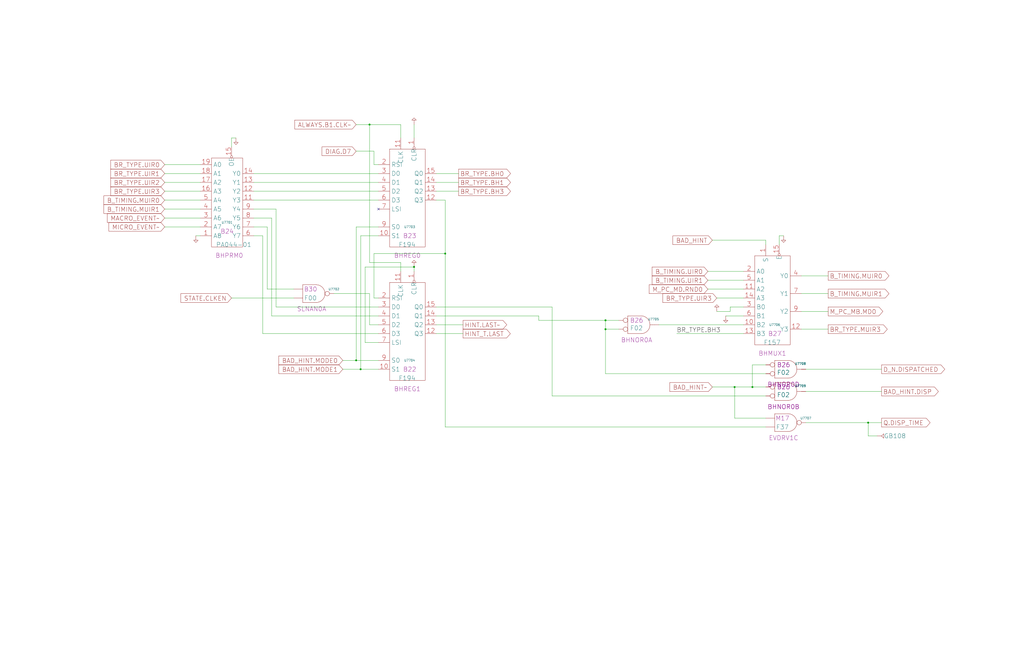
<source format=kicad_sch>
(kicad_sch (version 20250114) (generator "eeschema") (generator_version "9.0")
  (paper "User" 584.2 378.46)
  (title_block (title "BAD HINT UIR CONTROL") (date "22-MAY-90") (rev "1.0") (comment 1 "SEQUENCER") (comment 2 "232-003064") (comment 3 "S400") (comment 4 "RELEASED"))
  (lib_symbols
    (symbol "r1000:F00" (pin_numbers (hide yes)) (pin_names (hide yes))
      (property "Reference" "U" (at 15.24 0 0))
      (property "Value" "F00" (at 1.905 -5.08 0))
      (property "Location" "___" (at 1.905 0 0))
      (property "Name" "______" (at 2.54 -12.7 0))
      (symbol "F00_0_1"
        (polyline (pts (xy -2.54 2.54) (xy -2.54 -7.62)) (stroke (width 0.1524)))
        (polyline (pts (xy -2.54 2.54) (xy 5.08 2.54)) (stroke (width 0.1524)))
        (polyline (pts (xy -2.54 -7.62) (xy 5.08 -7.62)) (stroke (width 0.1524)))
        (arc (start 5.08 2.54) (mid 10.1281 -2.54) (end 5.08 -7.62) (stroke (width 0.1524)))
        (circle (center 11.43 -2.54) (radius 1.27) (stroke (width 0.1524)))
      )
      (symbol "F00_0_2"
        (arc (start -3.175 2.54) (mid -2.134 -2.54) (end -3.175 -7.62) (stroke (width 0.1524)))
        (circle (center -3.81 0) (radius 1.27) (stroke (width 0.1524)))
        (circle (center -3.81 -5.08) (radius 1.27) (stroke (width 0.1524)))
        (polyline (pts (xy -3.175 2.54) (xy 3.81 2.54)) (stroke (width 0.1524)))
        (polyline (pts (xy -3.175 -7.62) (xy 3.81 -7.62)) (stroke (width 0.1524)))
        (arc (start 3.81 2.54) (mid 7.5828 0.7472) (end 10.16 -2.54) (stroke (width 0.1524)))
        (arc (start 10.16 -2.54) (mid 7.5855 -5.8306) (end 3.81 -7.62) (stroke (width 0.1524)))
      )
      (symbol "F00_1_1"
        (pin input line (at -7.62 0 0) (length 5.08) (name "D0") (number "1"))
        (pin input line (at -7.62 -5.08 0) (length 5.08) (name "D1") (number "2"))
        (pin output line (at 15.24 -2.54 180) (length 2.54) (name "Q") (number "3"))
      )
      (symbol "F00_1_2"
        (pin input line (at -7.62 0 0) (length 2.54) (name "D0") (number "1"))
        (pin input line (at -7.62 -5.08 0) (length 2.54) (name "D1") (number "2"))
        (pin output line (at 15.24 -2.54 180) (length 5.08) (name "Q") (number "3"))
      )
    )
    (symbol "r1000:F02" (pin_numbers (hide yes)) (pin_names (hide yes))
      (property "Reference" "U" (at 12.16 0.635 0))
      (property "Value" "F02" (at -1.27 -4.445 0))
      (property "Location" "___" (at 2.54 0 0))
      (property "Name" "______" (at 2.54 -12.7 0))
      (symbol "F02_0_1"
        (arc (start -3.81 2.54) (mid -2.9847 -2.54) (end -3.81 -7.62) (stroke (width 0.1524)))
        (polyline (pts (xy -5.08 0) (xy -3.175 0)) (stroke (width 0.1524)))
        (polyline (pts (xy -5.08 -5.08) (xy -3.175 -5.08)) (stroke (width 0.1524)))
        (polyline (pts (xy -3.81 2.54) (xy 2.54 2.54)) (stroke (width 0.1524)))
        (polyline (pts (xy -3.81 -7.62) (xy 2.54 -7.62)) (stroke (width 0.1524)))
        (arc (start 2.54 2.54) (mid 6.9477 0.8966) (end 10.16 -2.54) (stroke (width 0.1524)))
        (arc (start 10.16 -2.54) (mid 6.9515 -5.9823) (end 2.54 -7.62) (stroke (width 0.1524)))
        (circle (center 11.43 -2.54) (radius 1.27) (stroke (width 0.1524)))
        (polyline (pts (xy 13.97 -2.54) (xy 12.7 -2.54)) (stroke (width 0.1524)))
      )
      (symbol "F02_0_2"
        (circle (center -3.81 0) (radius 1.27) (stroke (width 0.1524)))
        (circle (center -3.81 -5.08) (radius 1.27) (stroke (width 0.1524)))
        (polyline (pts (xy -2.54 2.54) (xy -2.54 -7.62)) (stroke (width 0.1524)))
        (polyline (pts (xy -2.54 2.54) (xy 5.08 2.54)) (stroke (width 0.1524)))
        (polyline (pts (xy -2.54 -7.62) (xy 5.08 -7.62)) (stroke (width 0.1524)))
        (arc (start 5.08 2.54) (mid 10.1281 -2.54) (end 5.08 -7.62) (stroke (width 0.1524)))
        (polyline (pts (xy 11.43 -2.54) (xy 10.16 -2.54)) (stroke (width 0.1524)))
        (polyline (pts (xy 11.43 -2.54) (xy 12.7 -2.54)) (stroke (width 0.1524)))
      )
      (symbol "F02_1_1"
        (pin input line (at -7.62 0 0) (length 2.54) (name "D0") (number "1"))
        (pin input line (at -7.62 -5.08 0) (length 2.54) (name "D1") (number "2"))
        (pin output line (at 15.24 -2.54 180) (length 1.27) (name "Q") (number "3"))
      )
      (symbol "F02_1_2"
        (pin input line (at -7.62 0 0) (length 2.54) (name "D0") (number "1"))
        (pin input line (at -7.62 -5.08 0) (length 2.54) (name "D1") (number "2"))
        (pin output line (at 15.24 -2.54 180) (length 2.54) (name "Q") (number "3"))
      )
    )
    (symbol "r1000:F157" (pin_names (offset 1.016))
      (property "Reference" "U" (at 2.54 5.08 0))
      (property "Value" "F157" (at -3.81 -5.08 0))
      (property "Location" "___" (at -1.27 0 0))
      (property "Name" "______" (at 1.27 -12.7 0))
      (symbol "F157_1_1"
        (rectangle (start -8.89 44.45) (end 11.43 -6.35))
        (circle (center 5.08 45.085) (radius 0.635))
        (pin input line (at -15.24 35.56 0) (length 6.35) (name "A0") (number "2"))
        (pin input line (at -15.24 30.48 0) (length 6.35) (name "A1") (number "5"))
        (pin input line (at -15.24 25.4 0) (length 6.35) (name "A2") (number "11"))
        (pin input line (at -15.24 20.32 0) (length 6.35) (name "A3") (number "14"))
        (pin input line (at -15.24 15.24 0) (length 6.35) (name "B0") (number "3"))
        (pin input line (at -15.24 10.16 0) (length 6.35) (name "B1") (number "6"))
        (pin input line (at -15.24 5.08 0) (length 6.35) (name "B2") (number "10"))
        (pin input line (at -15.24 0 0) (length 6.35) (name "B3") (number "13"))
        (pin input line (at -2.54 50.8 270) (length 6.35) (name "S") (number "1"))
        (pin input line (at 5.08 50.8 270) (length 5.08) (name "E") (number "15"))
        (pin output line (at 17.78 33.02 180) (length 6.35) (name "Y0") (number "4"))
        (pin output line (at 17.78 22.86 180) (length 6.35) (name "Y1") (number "7"))
        (pin output line (at 17.78 12.7 180) (length 6.35) (name "Y2") (number "9"))
        (pin output line (at 17.78 2.54 180) (length 6.35) (name "Y3") (number "12"))
      )
    )
    (symbol "r1000:F194" (pin_names (offset 1.016))
      (property "Reference" "U" (at 2.54 5.08 0))
      (property "Value" "F194" (at -3.81 -5.08 0))
      (property "Location" "___" (at -1.27 0 0))
      (property "Name" "______" (at 1.27 -12.7 0))
      (symbol "F194_1_1"
        (rectangle (start -8.89 49.53) (end 11.43 -6.35))
        (circle (center 5.08 50.165) (radius 0.635))
        (pin input line (at -15.24 40.64 0) (length 6.35) (name "RSI") (number "2"))
        (pin input line (at -15.24 35.56 0) (length 6.35) (name "D0") (number "3"))
        (pin input line (at -15.24 30.48 0) (length 6.35) (name "D1") (number "4"))
        (pin input line (at -15.24 25.4 0) (length 6.35) (name "D2") (number "5"))
        (pin input line (at -15.24 20.32 0) (length 6.35) (name "D3") (number "6"))
        (pin input line (at -15.24 15.24 0) (length 6.35) (name "LSI") (number "7"))
        (pin input line (at -15.24 5.08 0) (length 6.35) (name "S0") (number "9"))
        (pin input line (at -15.24 0 0) (length 6.35) (name "S1") (number "10"))
        (pin input line (at -2.54 55.88 270) (length 6.35) (name "CLK") (number "11"))
        (pin input line (at 5.08 55.88 270) (length 5.08) (name "CLR") (number "1"))
        (pin output line (at 17.78 35.56 180) (length 6.35) (name "Q0") (number "15"))
        (pin output line (at 17.78 30.48 180) (length 6.35) (name "Q1") (number "14"))
        (pin output line (at 17.78 25.4 180) (length 6.35) (name "Q2") (number "13"))
        (pin output line (at 17.78 20.32 180) (length 6.35) (name "Q3") (number "12"))
      )
    )
    (symbol "r1000:F37" (pin_numbers (hide yes)) (pin_names (offset 0) (hide yes))
      (property "Reference" "U" (at 15.24 0 0))
      (property "Value" "F37" (at 1.905 -5.08 0))
      (property "Location" "___" (at 1.905 0 0))
      (property "Name" "______" (at 2.54 -12.7 0))
      (symbol "F37_0_1"
        (polyline (pts (xy -2.54 2.54) (xy -2.54 -7.62)) (stroke (width 0.1524)))
        (polyline (pts (xy -2.54 2.54) (xy 5.08 2.54)) (stroke (width 0.1524)))
        (polyline (pts (xy -2.54 -7.62) (xy 5.08 -7.62)) (stroke (width 0.1524)))
        (arc (start 5.08 2.54) (mid 10.1281 -2.54) (end 5.08 -7.62) (stroke (width 0.1524)))
        (circle (center 11.43 -2.54) (radius 1.27) (stroke (width 0.1524)))
      )
      (symbol "F37_0_2"
        (arc (start -3.175 2.54) (mid -2.134 -2.54) (end -3.175 -7.62) (stroke (width 0.1524)))
        (circle (center -3.81 0) (radius 1.27) (stroke (width 0.1524)))
        (circle (center -3.81 -5.08) (radius 1.27) (stroke (width 0.1524)))
        (polyline (pts (xy -3.175 2.54) (xy 3.81 2.54)) (stroke (width 0.1524)))
        (polyline (pts (xy -3.175 -7.62) (xy 3.81 -7.62)) (stroke (width 0.1524)))
        (arc (start 3.81 2.54) (mid 7.5828 0.7472) (end 10.16 -2.54) (stroke (width 0.1524)))
        (arc (start 10.16 -2.54) (mid 7.5855 -5.8306) (end 3.81 -7.62) (stroke (width 0.1524)))
      )
      (symbol "F37_1_1"
        (pin input line (at -7.62 0 0) (length 5.08) (name "D0") (number "1"))
        (pin input line (at -7.62 -5.08 0) (length 5.08) (name "D1") (number "2"))
        (pin output line (at 15.24 -2.54 180) (length 2.54) (name "Q") (number "3"))
      )
      (symbol "F37_1_2"
        (pin input line (at -7.62 0 0) (length 2.54) (name "D0") (number "1"))
        (pin input line (at -7.62 -5.08 0) (length 2.54) (name "D1") (number "2"))
        (pin output line (at 15.24 -2.54 180) (length 5.08) (name "Q") (number "3"))
      )
    )
    (symbol "r1000:GB" (pin_numbers (hide yes)) (pin_names (offset 0) (hide yes))
      (property "Reference" "GB" (at 3.81 0 0))
      (symbol "GB_0_1"
        (polyline (pts (xy 2.54 0) (xy 3.81 1.27) (xy 3.81 -1.27) (xy 2.54 0)) (stroke (width 0.1524)))
      )
      (symbol "GB_1_1"
        (pin bidirectional line (at 0 0 0) (length 2.54) (name "") (number "1"))
      )
    )
    (symbol "r1000:PAxxx" (pin_names (offset 1.016))
      (property "Reference" "U" (at 2.54 5.08 0))
      (property "Value" "PAxxx" (at -3.81 -7.62 0))
      (property "Location" "___" (at -1.27 0 0))
      (property "Name" "______" (at 3.81 -15.24 0))
      (symbol "PAxxx_1_1"
        (rectangle (start -6.35 41.91) (end 11.43 -8.89))
        (circle (center 5.08 42.545) (radius 0.635))
        (pin input line (at -12.7 38.1 0) (length 6.35) (name "A0") (number "19"))
        (pin input line (at -12.7 33.02 0) (length 6.35) (name "A1") (number "18"))
        (pin input line (at -12.7 27.94 0) (length 6.35) (name "A2") (number "17"))
        (pin input line (at -12.7 22.86 0) (length 6.35) (name "A3") (number "16"))
        (pin input line (at -12.7 17.78 0) (length 6.35) (name "A4") (number "5"))
        (pin input line (at -12.7 12.7 0) (length 6.35) (name "A5") (number "4"))
        (pin input line (at -12.7 7.62 0) (length 6.35) (name "A6") (number "3"))
        (pin input line (at -12.7 2.54 0) (length 6.35) (name "A7") (number "2"))
        (pin input line (at -12.7 -2.54 0) (length 6.35) (name "A8") (number "1"))
        (pin input line (at 5.08 48.26 270) (length 5.08) (name "OE") (number "15"))
        (pin tri_state line (at 17.78 33.02 180) (length 6.35) (name "Y0") (number "14"))
        (pin tri_state line (at 17.78 27.94 180) (length 6.35) (name "Y1") (number "13"))
        (pin tri_state line (at 17.78 22.86 180) (length 6.35) (name "Y2") (number "12"))
        (pin tri_state line (at 17.78 17.78 180) (length 6.35) (name "Y3") (number "11"))
        (pin tri_state line (at 17.78 12.7 180) (length 6.35) (name "Y4") (number "9"))
        (pin tri_state line (at 17.78 7.62 180) (length 6.35) (name "Y5") (number "8"))
        (pin tri_state line (at 17.78 2.54 180) (length 6.35) (name "Y6") (number "7"))
        (pin tri_state line (at 17.78 -2.54 180) (length 6.35) (name "Y7") (number "6"))
      )
    )
    (symbol "r1000:PD" (power) (pin_numbers (hide yes)) (pin_names (hide yes)) (in_bom no)
      (symbol "PD_0_1"
        (polyline (pts (xy 0 -2.54) (xy 1.27 -2.54) (xy 0 -3.81) (xy -1.27 -2.54) (xy 0 -2.54)) (stroke (width 0.1524)))
      )
      (symbol "PD_1_1"
        (pin power_in line (at 0 0 270) (length 2.54) (name "PD") (number "1"))
      )
    )
    (symbol "r1000:PU" (power) (pin_numbers (hide yes)) (pin_names (hide yes))
      (symbol "PU_0_1"
        (polyline (pts (xy 0 2.54) (xy -1.27 2.54) (xy 0 3.81) (xy 1.27 2.54) (xy 0 2.54)) (stroke (width 0.1524)))
      )
      (symbol "PU_1_1"
        (pin power_in line (at 0 0 90) (length 2.54) (name "PU") (number "1"))
      )
    )
  )
  (junction (at 205.74 210.82))
  (junction (at 210.82 71.12))
  (junction (at 429.26 220.98))
  (junction (at 419.1 220.98))
  (junction (at 236.22 152.4))
  (junction (at 254 144.78))
  (junction (at 495.3 241.3))
  (junction (at 345.44 187.96))
  (junction (at 345.44 182.88))
  (junction (at 203.2 205.74))
  (no_connect (at 215.9 119.38))
  (wire (pts (xy 403.86 160.02) (xy 424.18 160.02)))
  (wire (pts (xy 314.96 175.26) (xy 314.96 226.06)))
  (wire (pts (xy 459.74 223.52) (xy 502.92 223.52)))
  (wire (pts (xy 495.3 248.92) (xy 495.3 241.3)))
  (wire (pts (xy 210.82 71.12) (xy 228.6 71.12)))
  (wire (pts (xy 345.44 187.96) (xy 353.06 187.96)))
  (wire (pts (xy 111.76 134.62) (xy 114.3 134.62)))
  (wire (pts (xy 307.34 182.88) (xy 345.44 182.88)))
  (wire (pts (xy 213.36 86.36) (xy 213.36 93.98)))
  (wire (pts (xy 93.98 93.98) (xy 114.3 93.98)))
  (wire (pts (xy 495.3 241.3) (xy 502.92 241.3)))
  (wire (pts (xy 93.98 104.14) (xy 114.3 104.14)))
  (wire (pts (xy 248.92 109.22) (xy 261.62 109.22)))
  (wire (pts (xy 228.6 71.12) (xy 228.6 78.74)))
  (wire (pts (xy 210.82 149.86) (xy 228.6 149.86)))
  (wire (pts (xy 447.04 134.62) (xy 444.5 134.62)))
  (wire (pts (xy 154.94 180.34) (xy 215.9 180.34)))
  (wire (pts (xy 203.2 129.54) (xy 215.9 129.54)))
  (wire (pts (xy 254 144.78) (xy 213.36 144.78)))
  (wire (pts (xy 419.1 238.76) (xy 436.88 238.76)))
  (wire (pts (xy 416.56 175.26) (xy 424.18 175.26)))
  (wire (pts (xy 444.5 134.62) (xy 444.5 139.7)))
  (wire (pts (xy 436.88 137.16) (xy 436.88 139.7)))
  (wire (pts (xy 403.86 154.94) (xy 424.18 154.94)))
  (wire (pts (xy 93.98 114.3) (xy 114.3 114.3)))
  (wire (pts (xy 205.74 134.62) (xy 215.9 134.62)))
  (wire (pts (xy 132.08 170.18) (xy 167.64 170.18)))
  (wire (pts (xy 345.44 187.96) (xy 345.44 213.36)))
  (wire (pts (xy 195.58 205.74) (xy 203.2 205.74)))
  (wire (pts (xy 144.78 104.14) (xy 215.9 104.14)))
  (wire (pts (xy 149.86 134.62) (xy 149.86 190.5)))
  (wire (pts (xy 406.4 137.16) (xy 436.88 137.16)))
  (wire (pts (xy 203.2 205.74) (xy 203.2 129.54)))
  (wire (pts (xy 457.2 157.48) (xy 472.44 157.48)))
  (wire (pts (xy 190.5 167.64) (xy 210.82 167.64)))
  (wire (pts (xy 154.94 124.46) (xy 154.94 180.34)))
  (wire (pts (xy 345.44 182.88) (xy 353.06 182.88)))
  (wire (pts (xy 419.1 220.98) (xy 419.1 238.76)))
  (wire (pts (xy 203.2 86.36) (xy 213.36 86.36)))
  (wire (pts (xy 375.92 185.42) (xy 424.18 185.42)))
  (wire (pts (xy 210.82 167.64) (xy 210.82 185.42)))
  (wire (pts (xy 213.36 170.18) (xy 215.9 170.18)))
  (wire (pts (xy 144.78 124.46) (xy 154.94 124.46)))
  (wire (pts (xy 429.26 220.98) (xy 436.88 220.98)))
  (wire (pts (xy 457.2 177.8) (xy 472.44 177.8)))
  (wire (pts (xy 208.28 195.58) (xy 208.28 152.4)))
  (wire (pts (xy 248.92 180.34) (xy 307.34 180.34)))
  (wire (pts (xy 500.38 248.92) (xy 495.3 248.92)))
  (wire (pts (xy 386.08 190.5) (xy 424.18 190.5)))
  (wire (pts (xy 459.74 241.3) (xy 495.3 241.3)))
  (wire (pts (xy 144.78 119.38) (xy 157.48 119.38)))
  (wire (pts (xy 144.78 114.3) (xy 215.9 114.3)))
  (wire (pts (xy 236.22 71.12) (xy 236.22 78.74)))
  (wire (pts (xy 215.9 195.58) (xy 208.28 195.58)))
  (wire (pts (xy 408.94 177.8) (xy 416.56 177.8)))
  (wire (pts (xy 144.78 134.62) (xy 149.86 134.62)))
  (wire (pts (xy 93.98 129.54) (xy 114.3 129.54)))
  (wire (pts (xy 406.4 220.98) (xy 419.1 220.98)))
  (wire (pts (xy 195.58 210.82) (xy 205.74 210.82)))
  (wire (pts (xy 248.92 190.5) (xy 264.16 190.5)))
  (wire (pts (xy 307.34 180.34) (xy 307.34 182.88)))
  (wire (pts (xy 436.88 208.28) (xy 429.26 208.28)))
  (wire (pts (xy 248.92 114.3) (xy 254 114.3)))
  (wire (pts (xy 345.44 213.36) (xy 436.88 213.36)))
  (wire (pts (xy 457.2 167.64) (xy 472.44 167.64)))
  (wire (pts (xy 228.6 149.86) (xy 228.6 154.94)))
  (wire (pts (xy 248.92 175.26) (xy 314.96 175.26)))
  (wire (pts (xy 93.98 99.06) (xy 114.3 99.06)))
  (wire (pts (xy 157.48 119.38) (xy 157.48 175.26)))
  (wire (pts (xy 254 243.84) (xy 436.88 243.84)))
  (wire (pts (xy 93.98 109.22) (xy 114.3 109.22)))
  (wire (pts (xy 408.94 170.18) (xy 424.18 170.18)))
  (wire (pts (xy 414.02 180.34) (xy 424.18 180.34)))
  (wire (pts (xy 210.82 71.12) (xy 210.82 149.86)))
  (wire (pts (xy 93.98 124.46) (xy 114.3 124.46)))
  (wire (pts (xy 208.28 152.4) (xy 236.22 152.4)))
  (wire (pts (xy 248.92 185.42) (xy 264.16 185.42)))
  (wire (pts (xy 419.1 220.98) (xy 429.26 220.98)))
  (wire (pts (xy 457.2 187.96) (xy 472.44 187.96)))
  (wire (pts (xy 203.2 205.74) (xy 215.9 205.74)))
  (wire (pts (xy 144.78 99.06) (xy 215.9 99.06)))
  (wire (pts (xy 152.4 129.54) (xy 152.4 165.1)))
  (wire (pts (xy 248.92 99.06) (xy 261.62 99.06)))
  (wire (pts (xy 205.74 210.82) (xy 215.9 210.82)))
  (wire (pts (xy 132.08 78.74) (xy 132.08 83.82)))
  (wire (pts (xy 213.36 144.78) (xy 213.36 170.18)))
  (wire (pts (xy 210.82 185.42) (xy 215.9 185.42)))
  (wire (pts (xy 149.86 190.5) (xy 215.9 190.5)))
  (wire (pts (xy 144.78 129.54) (xy 152.4 129.54)))
  (wire (pts (xy 134.62 78.74) (xy 132.08 78.74)))
  (wire (pts (xy 236.22 152.4) (xy 236.22 154.94)))
  (wire (pts (xy 157.48 175.26) (xy 215.9 175.26)))
  (wire (pts (xy 93.98 119.38) (xy 114.3 119.38)))
  (wire (pts (xy 205.74 210.82) (xy 205.74 134.62)))
  (wire (pts (xy 345.44 182.88) (xy 345.44 187.96)))
  (wire (pts (xy 248.92 104.14) (xy 261.62 104.14)))
  (wire (pts (xy 429.26 208.28) (xy 429.26 220.98)))
  (wire (pts (xy 213.36 93.98) (xy 215.9 93.98)))
  (wire (pts (xy 203.2 71.12) (xy 210.82 71.12)))
  (wire (pts (xy 254 114.3) (xy 254 144.78)))
  (wire (pts (xy 416.56 177.8) (xy 416.56 175.26)))
  (wire (pts (xy 144.78 109.22) (xy 215.9 109.22)))
  (wire (pts (xy 314.96 226.06) (xy 436.88 226.06)))
  (wire (pts (xy 152.4 165.1) (xy 167.64 165.1)))
  (wire (pts (xy 254 144.78) (xy 254 243.84)))
  (wire (pts (xy 459.74 210.82) (xy 502.92 210.82)))
  (wire (pts (xy 403.86 165.1) (xy 424.18 165.1)))
  (label "BR_TYPE.BH3" (at 386.08 190.5 0) (effects (font (size 2.54 2.54))))
  (global_label "MACRO_EVENT~" (shape input) (at 93.98 124.46 180) (effects (font (size 2.54 2.54))) (property "Intersheetrefs" "${INTERSHEET_REFS}" (at 61.214 124.3013 0) (effects (font (size 1.905 1.905)) (justify right))))
  (global_label "BAD_HINT~" (shape input) (at 406.4 220.98 180) (effects (font (size 2.54 2.54))) (property "Intersheetrefs" "${INTERSHEET_REFS}" (at 382.1007 220.8213 0) (effects (font (size 1.905 1.905)) (justify right))))
  (global_label "BAD_HINT.MODE0" (shape input) (at 195.58 205.74 180) (effects (font (size 2.54 2.54))) (property "Intersheetrefs" "${INTERSHEET_REFS}" (at 159.0645 205.5813 0) (effects (font (size 1.905 1.905)) (justify right))))
  (global_label "B_TIMING.MUIR0" (shape input) (at 93.98 114.3 180) (effects (font (size 2.54 2.54))) (property "Intersheetrefs" "${INTERSHEET_REFS}" (at 59.2788 114.1413 0) (effects (font (size 1.905 1.905)) (justify right))))
  (global_label "B_TIMING.UIR0" (shape input) (at 403.86 154.94 180) (effects (font (size 2.54 2.54))) (property "Intersheetrefs" "${INTERSHEET_REFS}" (at 372.0616 154.7813 0) (effects (font (size 1.905 1.905)) (justify right))))
  (global_label "B_TIMING.UIR1" (shape input) (at 403.86 160.02 180) (effects (font (size 2.54 2.54))) (property "Intersheetrefs" "${INTERSHEET_REFS}" (at 372.0616 159.8613 0) (effects (font (size 1.905 1.905)) (justify right))))
  (global_label "HINT.LAST~" (shape output) (at 264.16 185.42 0) (effects (font (size 2.54 2.54))) (property "Intersheetrefs" "${INTERSHEET_REFS}" (at 289.0641 185.2613 0) (effects (font (size 1.905 1.905)) (justify left))))
  (global_label "BR_TYPE.UIR0" (shape input) (at 93.98 93.98 180) (effects (font (size 2.54 2.54))) (property "Intersheetrefs" "${INTERSHEET_REFS}" (at 63.1492 93.8213 0) (effects (font (size 1.905 1.905)) (justify right))))
  (global_label "D_N.DISPATCHED" (shape output) (at 502.92 210.82 0) (effects (font (size 2.54 2.54))) (property "Intersheetrefs" "${INTERSHEET_REFS}" (at 538.9517 210.6613 0) (effects (font (size 1.905 1.905)) (justify left))))
  (global_label "B_TIMING.MUIR1" (shape output) (at 472.44 167.64 0) (effects (font (size 2.54 2.54))) (property "Intersheetrefs" "${INTERSHEET_REFS}" (at 507.1412 167.4813 0) (effects (font (size 1.905 1.905)) (justify left))))
  (global_label "ALWAYS.B1.CLK~" (shape input) (at 203.2 71.12 180) (effects (font (size 2.54 2.54))) (property "Intersheetrefs" "${INTERSHEET_REFS}" (at 168.1359 70.9613 0) (effects (font (size 1.905 1.905)) (justify right))))
  (global_label "B_TIMING.MUIR0" (shape output) (at 472.44 157.48 0) (effects (font (size 2.54 2.54))) (property "Intersheetrefs" "${INTERSHEET_REFS}" (at 507.1412 157.3213 0) (effects (font (size 1.905 1.905)) (justify left))))
  (global_label "BAD_HINT.DISP" (shape output) (at 502.92 223.52 0) (effects (font (size 2.54 2.54))) (property "Intersheetrefs" "${INTERSHEET_REFS}" (at 535.3231 223.3613 0) (effects (font (size 1.905 1.905)) (justify left))))
  (global_label "B_TIMING.MUIR1" (shape input) (at 93.98 119.38 180) (effects (font (size 2.54 2.54))) (property "Intersheetrefs" "${INTERSHEET_REFS}" (at 59.2788 119.2213 0) (effects (font (size 1.905 1.905)) (justify right))))
  (global_label "MICRO_EVENT~" (shape input) (at 93.98 129.54 180) (effects (font (size 2.54 2.54))) (property "Intersheetrefs" "${INTERSHEET_REFS}" (at 62.1816 129.3813 0) (effects (font (size 1.905 1.905)) (justify right))))
  (global_label "BR_TYPE.BH3" (shape output) (at 261.62 109.22 0) (effects (font (size 2.54 2.54))) (property "Intersheetrefs" "${INTERSHEET_REFS}" (at 291.2412 109.0613 0) (effects (font (size 1.905 1.905)) (justify left))))
  (global_label "BR_TYPE.UIR2" (shape input) (at 93.98 104.14 180) (effects (font (size 2.54 2.54))) (property "Intersheetrefs" "${INTERSHEET_REFS}" (at 63.1492 103.9813 0) (effects (font (size 1.905 1.905)) (justify right))))
  (global_label "STATE.CLKEN" (shape input) (at 132.08 170.18 180) (effects (font (size 2.54 2.54))) (property "Intersheetrefs" "${INTERSHEET_REFS}" (at 103.1845 170.0213 0) (effects (font (size 1.905 1.905)) (justify right))))
  (global_label "BAD_HINT" (shape input) (at 406.4 137.16 180) (effects (font (size 2.54 2.54))) (property "Intersheetrefs" "${INTERSHEET_REFS}" (at 383.915 137.0013 0) (effects (font (size 1.905 1.905)) (justify right))))
  (global_label "BR_TYPE.UIR3" (shape input) (at 408.94 170.18 180) (effects (font (size 2.54 2.54))) (property "Intersheetrefs" "${INTERSHEET_REFS}" (at 378.1092 170.0213 0) (effects (font (size 1.905 1.905)) (justify right))))
  (global_label "BR_TYPE.BH0" (shape output) (at 261.62 99.06 0) (effects (font (size 2.54 2.54))) (property "Intersheetrefs" "${INTERSHEET_REFS}" (at 291.2412 98.9013 0) (effects (font (size 1.905 1.905)) (justify left))))
  (global_label "HINT_T.LAST" (shape output) (at 264.16 190.5 0) (effects (font (size 2.54 2.54))) (property "Intersheetrefs" "${INTERSHEET_REFS}" (at 291.1203 190.3413 0) (effects (font (size 1.905 1.905)) (justify left))))
  (global_label "DIAG.D7" (shape input) (at 203.2 86.36 180) (effects (font (size 2.54 2.54))) (property "Intersheetrefs" "${INTERSHEET_REFS}" (at 183.7388 86.2013 0) (effects (font (size 1.905 1.905)) (justify right))))
  (global_label "BR_TYPE.UIR3" (shape input) (at 93.98 109.22 180) (effects (font (size 2.54 2.54))) (property "Intersheetrefs" "${INTERSHEET_REFS}" (at 63.1492 109.0613 0) (effects (font (size 1.905 1.905)) (justify right))))
  (global_label "M_PC_MD.RND0" (shape input) (at 403.86 165.1 180) (effects (font (size 2.54 2.54))) (property "Intersheetrefs" "${INTERSHEET_REFS}" (at 370.3683 164.9413 0) (effects (font (size 1.905 1.905)) (justify right))))
  (global_label "BR_TYPE.UIR1" (shape input) (at 93.98 99.06 180) (effects (font (size 2.54 2.54))) (property "Intersheetrefs" "${INTERSHEET_REFS}" (at 63.1492 98.9013 0) (effects (font (size 1.905 1.905)) (justify right))))
  (global_label "M_PC_MB.MD0" (shape output) (at 472.44 177.8 0) (effects (font (size 2.54 2.54))) (property "Intersheetrefs" "${INTERSHEET_REFS}" (at 503.6336 177.6413 0) (effects (font (size 1.905 1.905)) (justify left))))
  (global_label "BR_TYPE.BH1" (shape output) (at 261.62 104.14 0) (effects (font (size 2.54 2.54))) (property "Intersheetrefs" "${INTERSHEET_REFS}" (at 291.2412 103.9813 0) (effects (font (size 1.905 1.905)) (justify left))))
  (global_label "Q.DISP_TIME" (shape output) (at 502.92 241.3 0) (effects (font (size 2.54 2.54))) (property "Intersheetrefs" "${INTERSHEET_REFS}" (at 530.606 241.1413 0) (effects (font (size 1.905 1.905)) (justify left))))
  (global_label "BR_TYPE.MUIR3" (shape output) (at 472.44 187.96 0) (effects (font (size 2.54 2.54))) (property "Intersheetrefs" "${INTERSHEET_REFS}" (at 506.1736 187.8013 0) (effects (font (size 1.905 1.905)) (justify left))))
  (global_label "BAD_HINT.MODE1" (shape input) (at 195.58 210.82 180) (effects (font (size 2.54 2.54))) (property "Intersheetrefs" "${INTERSHEET_REFS}" (at 159.0645 210.6613 0) (effects (font (size 1.905 1.905)) (justify right))))
  (symbol (lib_id "r1000:F157") (at 439.42 190.5 0) (unit 1)
    (property "Reference" "U7706" (at 441.96 185.42 0))
    (property "Value" "F157" (at 435.61 195.58 0) (effects (font (size 2.54 2.54)) (justify left)))
    (property "Location" "B27" (at 438.15 190.5 0) (effects (font (size 2.54 2.54)) (justify left)))
    (property "Name" "BHMUX1" (at 440.69 203.2 0) (effects (font (size 2.54 2.54)) (justify bottom)))
  )
  (symbol (lib_id "r1000:F37") (at 444.5 238.76 0) (unit 1)
    (property "Reference" "U7707" (at 459.74 238.76 0))
    (property "Value" "F37" (at 446.405 243.84 0) (effects (font (size 2.54 2.54))))
    (property "Location" "M17" (at 446.405 238.76 0) (effects (font (size 2.54 2.54))))
    (property "Name" "EVDRV1C" (at 447.04 251.46 0) (effects (font (size 2.54 2.54)) (justify bottom)))
  )
  (symbol (lib_id "r1000:F00") (at 175.26 165.1 0) (unit 1)
    (property "Reference" "U7702" (at 190.5 165.1 0))
    (property "Value" "F00" (at 177.165 170.18 0) (effects (font (size 2.54 2.54))))
    (property "Location" "B30" (at 177.165 165.1 0) (effects (font (size 2.54 2.54))))
    (property "Name" "SLNAN0A" (at 177.8 177.8 0) (effects (font (size 2.54 2.54)) (justify bottom)))
  )
  (symbol (lib_id "r1000:F02") (at 444.5 220.98 0) (unit 1) (convert 2)
    (property "Reference" "U7709" (at 456.66 220.345 0))
    (property "Value" "F02" (at 443.23 225.425 0) (effects (font (size 2.54 2.54)) (justify left)))
    (property "Location" "B26" (at 447.04 220.98 0) (effects (font (size 2.54 2.54))))
    (property "Name" "BHNOR0B" (at 447.04 233.68 0) (effects (font (size 2.54 2.54)) (justify bottom)))
  )
  (symbol (lib_id "r1000:F194") (at 231.14 134.62 0) (unit 1)
    (property "Reference" "U7703" (at 233.68 129.54 0))
    (property "Value" "F194" (at 227.33 139.7 0) (effects (font (size 2.54 2.54)) (justify left)))
    (property "Location" "B23" (at 229.87 134.62 0) (effects (font (size 2.54 2.54)) (justify left)))
    (property "Name" "BHREG0" (at 232.41 147.32 0) (effects (font (size 2.54 2.54)) (justify bottom)))
  )
  (symbol (lib_id "r1000:PAxxx") (at 127 132.08 0) (unit 1)
    (property "Reference" "U7701" (at 129.54 127 0))
    (property "Value" "PA044-01" (at 123.19 139.7 0) (effects (font (size 2.54 2.54)) (justify left)))
    (property "Location" "B24" (at 125.73 132.08 0) (effects (font (size 2.54 2.54)) (justify left)))
    (property "Name" "BHPRM0" (at 130.81 147.32 0) (effects (font (size 2.54 2.54)) (justify bottom)))
  )
  (symbol (lib_id "r1000:F194") (at 231.14 210.82 0) (unit 1)
    (property "Reference" "U7704" (at 233.68 205.74 0))
    (property "Value" "F194" (at 227.33 215.9 0) (effects (font (size 2.54 2.54)) (justify left)))
    (property "Location" "B22" (at 229.87 210.82 0) (effects (font (size 2.54 2.54)) (justify left)))
    (property "Name" "BHREG1" (at 232.41 223.52 0) (effects (font (size 2.54 2.54)) (justify bottom)))
  )
  (symbol (lib_id "r1000:GB") (at 500.38 248.92 0) (unit 1)
    (property "Reference" "GB108" (at 504.19 248.92 0) (effects (font (size 2.54 2.54)) (justify left)))
    (property "Value" "GB" (effects (hide yes)))
  )
  (symbol (lib_id "r1000:PU") (at 236.22 71.12 0) (unit 1)
    (property "Reference" "#PWR07702" (effects (hide yes)))
    (property "Value" "PU" (effects (hide yes)))
  )
  (symbol (lib_id "r1000:F02") (at 360.68 182.88 0) (unit 1) (convert 2)
    (property "Reference" "U7705" (at 372.84 182.245 0))
    (property "Value" "F02" (at 359.41 187.325 0) (effects (font (size 2.54 2.54)) (justify left)))
    (property "Location" "B26" (at 363.22 182.88 0) (effects (font (size 2.54 2.54))))
    (property "Name" "BHNOR0A" (at 363.22 195.58 0) (effects (font (size 2.54 2.54)) (justify bottom)))
  )
  (symbol (lib_id "r1000:PU") (at 236.22 152.4 0) (unit 1)
    (property "Reference" "#PWR07703" (effects (hide yes)))
    (property "Value" "PU" (effects (hide yes)))
  )
  (symbol (lib_id "r1000:PD") (at 134.62 78.74 0) (unit 1) (in_bom no)
    (property "Reference" "#PWR0151" (effects (hide yes)))
    (property "Value" "PD" (effects (hide yes)))
  )
  (symbol (lib_id "r1000:PU") (at 408.94 177.8 0) (unit 1)
    (property "Reference" "#PWR07705" (effects (hide yes)))
    (property "Value" "PU" (effects (hide yes)))
  )
  (symbol (lib_id "r1000:PD") (at 111.76 134.62 0) (unit 1) (in_bom no)
    (property "Reference" "#PWR07701" (effects (hide yes)))
    (property "Value" "PD" (effects (hide yes)))
  )
  (symbol (lib_id "r1000:PD") (at 414.02 180.34 0) (unit 1) (in_bom no)
    (property "Reference" "#PWR07704" (effects (hide yes)))
    (property "Value" "PD" (effects (hide yes)))
  )
  (symbol (lib_id "r1000:PD") (at 447.04 134.62 0) (unit 1) (in_bom no)
    (property "Reference" "#PWR07706" (effects (hide yes)))
    (property "Value" "PD" (effects (hide yes)))
  )
  (symbol (lib_id "r1000:F02") (at 444.5 208.28 0) (unit 1) (convert 2)
    (property "Reference" "U7708" (at 456.66 207.645 0))
    (property "Value" "F02" (at 443.23 212.725 0) (effects (font (size 2.54 2.54)) (justify left)))
    (property "Location" "B26" (at 447.04 208.28 0) (effects (font (size 2.54 2.54))))
    (property "Name" "BHNOR0D" (at 447.04 220.98 0) (effects (font (size 2.54 2.54)) (justify bottom)))
  )
)
</source>
